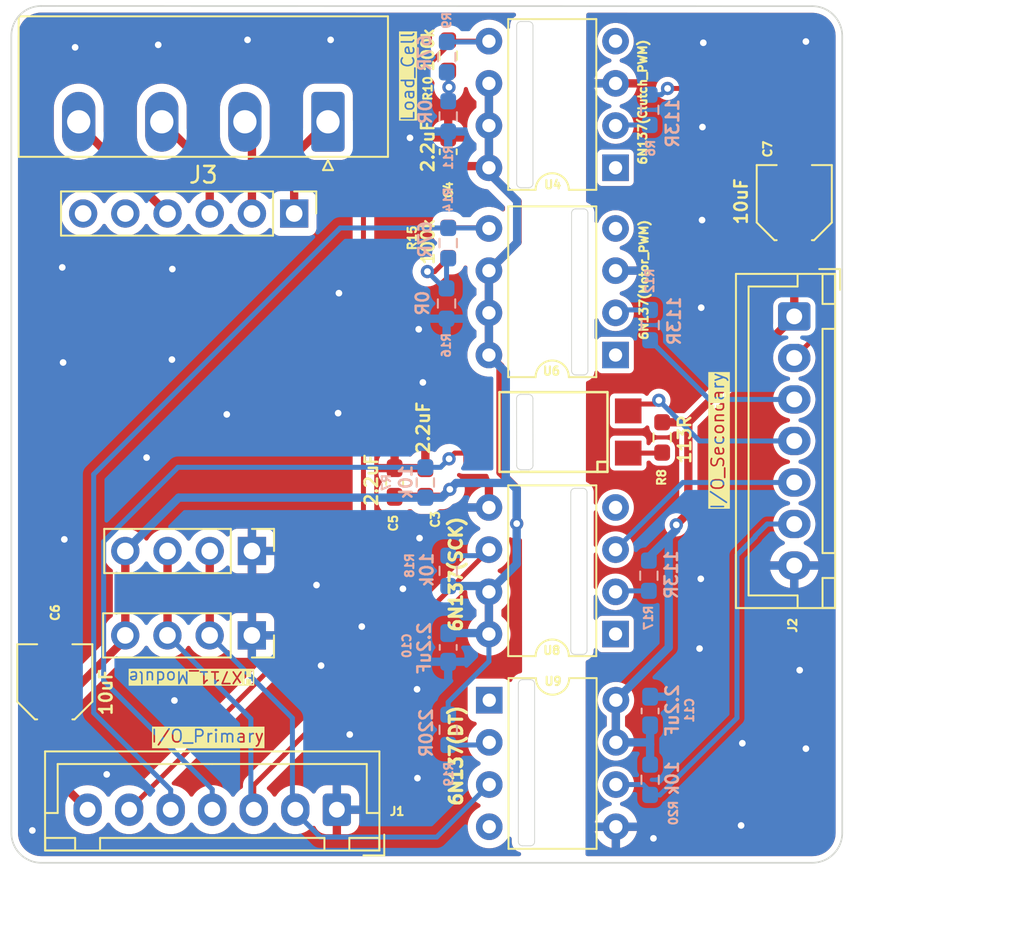
<source format=kicad_pcb>
(kicad_pcb (version 20240108) (generator "pcbnew") (generator_version "8.0")
  (layers (0 "F.Cu" mixed) (31 "B.Cu" mixed) (34 "B.Paste" user) (35 "F.Paste" user) (36 "B.SilkS" user "B.Silkscreen") (37 "F.SilkS" user "F.Silkscreen") (38 "B.Mask" user) (39 "F.Mask" user) (44 "Edge.Cuts" user))
  (net 0 "")
  (net 1 "+5VP")
  (net 2 "GNDP")
  (net 3 "GNDS")
  (net 4 "Motor_Input_PWM")
  (net 5 "Clutch_Input_PWM")
  (net 6 "Motor_Input_DIR")
  (net 7 "Clutch_Output_PWM")
  (net 8 "Motor_Output_PWM")
  (net 9 "Motor_Output_DIR")
  (net 10 "MCU_SCK")
  (net 11 "MCU_DT")
  (net 12 "Green")
  (net 13 "Black")
  (net 14 "White")
  (net 15 "Red")
  (net 16 "Net-(U4-A)")
  (net 17 "+3.3VS")
  (net 18 "Net-(R8-Pad2)")
  (net 19 "Net-(U6-A)")
  (net 20 "Net-(U8-A)")
  (net 21 "HX711_SCK")
  (net 22 "HX711_DT")
  (net 23 "Net-(R10-Pad1)")
  (net 24 "Net-(U9-A)")
  (net 35 "Net-(R14-Pad1)")
  (footprint "Package_DIP:DIP-8_W7.62mm" (layer "F.Cu") (at 197.47 80.325 180)
    (property "Reference" "U6" (at 3.8558 -0.9626 0) (layer "F.SilkS") (effects (font (size 0.5 0.5) (thickness 0.13))))
    (property "Value" "6N137(Motor_PWM)" (at -1.705 4.525 90) (layer "F.SilkS") (effects (font (size 0.5 0.5) (thickness 0.125))))
    (pad "1" thru_hole rect (at 0 0 180) (size 1.6 1.6) (drill 0.8) (layers "*.Cu" "*.Mask"))
    (pad "2" thru_hole oval (at 0 2.54 180) (size 1.6 1.6) (drill 0.8) (layers "*.Cu" "*.Mask") (net 19 "Net-(U6-A)"))
    (pad "3" thru_hole oval (at 0 5.08 180) (size 1.6 1.6) (drill 0.8) (layers "*.Cu" "*.Mask") (net 3 "GNDS"))
    (pad "4" thru_hole oval (at 0 7.62 180) (size 1.6 1.6) (drill 0.8) (layers "*.Cu" "*.Mask"))
    (pad "5" thru_hole oval (at 7.62 7.62 180) (size 1.6 1.6) (drill 0.8) (layers "*.Cu" "*.Mask") (net 8 "Motor_Output_PWM"))
    (pad "6" thru_hole oval (at 7.62 5.08 180) (size 1.6 1.6) (drill 0.8) (layers "*.Cu" "*.Mask") (net 1 "+5VP"))
    (pad "7" thru_hole oval (at 7.62 2.54 180) (size 1.6 1.6) (drill 0.8) (layers "*.Cu" "*.Mask") (net 1 "+5VP"))
    (pad "8" thru_hole oval (at 7.62 0 180) (size 1.6 1.6) (drill 0.8) (layers "*.Cu" "*.Mask") (net 1 "+5VP"))
  )
  (footprint "Resistor_SMD:R_0603_1608Metric_Pad0.98x0.95mm_HandSolder" (layer "F.Cu") (at 187.4 73.575 90)
    (property "Reference" "R15" (at 0.2988 -2.1694 90) (layer "F.SilkS") (effects (font (size 0.5 0.5) (thickness 0.13) (bold yes))))
    (property "Value" "100k" (at 0.0743 -1.2192 90) (layer "F.SilkS") (effects (font (size 0.75 0.75))))
    (pad "1" smd roundrect (at -0.9125 0 90) (size 0.975 0.95) (layers "F.Cu" "F.Paste" "F.Mask") (net 35 "Net-(R14-Pad1)"))
    (pad "2" smd roundrect (at 0.9125 0 90) (size 0.975 0.95) (layers "F.Cu" "F.Paste" "F.Mask") (net 8 "Motor_Output_PWM"))
  )
  (footprint "Connector_JST:JST_XH_B7B-XH-A_1x07_P2.50mm_Vertical" (layer "F.Cu") (at 208.225 78 -90)
    (property "Reference" "J2" (at 18.6 0.1 90) (layer "F.SilkS") (effects (font (size 0.5 0.5) (thickness 0.13))))
    (property "Value" "I/O_Secondary" (at 7.5 4.6 90) (layer "F.SilkS" knockout) (effects (font (size 0.75 0.75) (thickness 0.1))))
    (pad "1" thru_hole roundrect (at 0 0 270) (size 1.7 1.95) (drill 0.95) (layers "*.Cu" "*.Mask") (roundrect_rratio 0.147059) (net 17 "+3.3VS"))
    (pad "2" thru_hole oval (at 2.5 0 270) (size 1.7 1.95) (drill 0.95) (layers "*.Cu" "*.Mask") (net 5 "Clutch_Input_PWM"))
    (pad "3" thru_hole oval (at 5 0 270) (size 1.7 1.95) (drill 0.95) (layers "*.Cu" "*.Mask") (net 4 "Motor_Input_PWM"))
    (pad "4" thru_hole oval (at 7.5 0 270) (size 1.7 1.95) (drill 0.95) (layers "*.Cu" "*.Mask") (net 6 "Motor_Input_DIR"))
    (pad "5" thru_hole oval (at 10 0 270) (size 1.7 1.95) (drill 0.95) (layers "*.Cu" "*.Mask") (net 10 "MCU_SCK"))
    (pad "6" thru_hole oval (at 12.5 0 270) (size 1.7 1.95) (drill 0.95) (layers "*.Cu" "*.Mask") (net 11 "MCU_DT"))
    (pad "7" thru_hole oval (at 15 0 270) (size 1.7 1.95) (drill 0.95) (layers "*.Cu" "*.Mask") (net 3 "GNDS"))
  )
  (footprint "Tesla_Lib:HX711_Module" (layer "F.Cu") (at 173.05 81.965 -90)
    (property "Reference" "U7" (hide yes))
    (property "Value" "HX711_Module" (at 17.76 1.085 180) (layer "F.SilkS" knockout) (effects (font (size 0.7 0.7) (thickness 0.1))))
    (pad "1" thru_hole rect (at -10.16 -5.08 270) (size 1.7 1.7) (drill 1) (layers "*.Cu" "*.Mask") (net 15 "Red"))
    (pad "2" thru_hole oval (at -10.16 -2.54 270) (size 1.7 1.7) (drill 1) (layers "*.Cu" "*.Mask") (net 13 "Black"))
    (pad "3" thru_hole oval (at -10.16 0 270) (size 1.7 1.7) (drill 1) (layers "*.Cu" "*.Mask") (net 14 "White"))
    (pad "4" thru_hole oval (at -10.16 2.54 270) (size 1.7 1.7) (drill 1) (layers "*.Cu" "*.Mask") (net 12 "Green"))
    (pad "5" thru_hole oval (at -10.16 5.08 270) (size 1.7 1.7) (drill 1) (layers "*.Cu" "*.Mask"))
    (pad "6" thru_hole oval (at -10.16 7.62 270) (size 1.7 1.7) (drill 1) (layers "*.Cu" "*.Mask"))
    (pad "7" thru_hole oval (at 10.16 5.08 270) (size 1.7 1.7) (drill 1) (layers "*.Cu" "*.Mask") (net 1 "+5VP"))
    (pad "8" thru_hole oval (at 10.16 2.54 270) (size 1.7 1.7) (drill 1) (layers "*.Cu" "*.Mask") (net 21 "HX711_SCK"))
    (pad "9" thru_hole oval (at 10.16 0 270) (size 1.7 1.7) (drill 1) (layers "*.Cu" "*.Mask") (net 22 "HX711_DT"))
    (pad "10" thru_hole rect (at 10.16 -2.54 270) (size 1.7 1.7) (drill 1) (layers "*.Cu" "*.Mask") (net 2 "GNDP"))
  )
  (footprint "Capacitor_SMD:C_0603_1608Metric_Pad1.08x0.95mm_HandSolder" (layer "F.Cu") (at 187.4 68.0893 90)
    (property "Reference" "C4" (at -2.2936 0.0126 90) (layer "F.SilkS") (effects (font (size 0.5 0.5) (thickness 0.13) (bold yes))))
    (property "Value" "2.2uF" (at 0.3393 -1.225 90) (layer "F.SilkS") (effects (font (size 0.75 0.75))))
    (pad "1" smd roundrect (at -0.8625 0 90) (size 1.075 0.95) (layers "F.Cu" "F.Paste" "F.Mask") (net 1 "+5VP"))
    (pad "2" smd roundrect (at 0.8625 0 90) (size 1.075 0.95) (layers "F.Cu" "F.Paste" "F.Mask") (net 2 "GNDP"))
  )
  (footprint "Capacitor_SMD:C_0603_1608Metric_Pad1.08x0.95mm_HandSolder" (layer "F.Cu") (at 184.175 87.9983 90)
    (property "Reference" "C5" (at -2.4517 -0.075 90) (layer "F.SilkS") (effects (font (size 0.5 0.5) (thickness 0.13) (bold yes))))
    (property "Value" "2.2uF" (at 0.15 -1.4 90) (layer "F.SilkS") (effects (font (size 0.75 0.75))))
    (pad "1" smd roundrect (at -0.8625 0 90) (size 1.075 0.95) (layers "F.Cu" "F.Paste" "F.Mask") (net 1 "+5VP"))
    (pad "2" smd roundrect (at 0.8625 0 90) (size 1.075 0.95) (layers "F.Cu" "F.Paste" "F.Mask") (net 2 "GNDP"))
  )
  (footprint "Connector_Phoenix_MSTB:PhoenixContact_MSTBA_2,5_4-G_1x04_P5.00mm_Horizontal" (layer "F.Cu") (at 180.165 66.2825 180)
    (property "Reference" "J3" (at 7.5 -3.2 0) (layer "F.SilkS"))
    (property "Value" "Load_Cell" (at -4.815 2.72125 90) (layer "F.SilkS" knockout) (effects (font (size 0.75 0.75) (thickness 0.1))))
    (pad "1" thru_hole roundrect (at 0 0 180) (size 2 3.6) (drill 1.4) (layers "*.Cu" "*.Mask") (roundrect_rratio 0.125) (net 15 "Red"))
    (pad "2" thru_hole oval (at 5 0 180) (size 2 3.6) (drill 1.4) (layers "*.Cu" "*.Mask") (net 13 "Black"))
    (pad "3" thru_hole oval (at 10 0 180) (size 2 3.6) (drill 1.4) (layers "*.Cu" "*.Mask") (net 14 "White"))
    (pad "4" thru_hole oval (at 15 0 180) (size 2 3.6) (drill 1.4) (layers "*.Cu" "*.Mask") (net 12 "Green"))
  )
  (footprint "Resistor_SMD:R_0603_1608Metric_Pad0.98x0.95mm_HandSolder" (layer "F.Cu") (at 200.275 85.2875 -90)
    (property "Reference" "R8" (at 2.4095 0.036 90) (layer "F.SilkS") (effects (font (size 0.5 0.5) (thickness 0.13) (bold yes))))
    (property "Value" "113R" (at 0.125 -1.35 90) (layer "F.SilkS") (effects (font (size 0.75 0.75))))
    (pad "1" smd roundrect (at -0.9125 0 270) (size 0.975 0.95) (layers "F.Cu" "F.Paste" "F.Mask") (net 17 "+3.3VS"))
    (pad "2" smd roundrect (at 0.9125 0 270) (size 0.975 0.95) (layers "F.Cu" "F.Paste" "F.Mask") (net 18 "Net-(R8-Pad2)"))
  )
  (footprint "Capacitor_SMD:C_Elec_4x5.4" (layer "F.Cu") (at 208.225 71.15 90)
    (property "Reference" "C7" (at 3.225 -1.6 90) (layer "F.SilkS") (effects (font (size 0.5 0.5) (thickness 0.13) (bold yes))))
    (property "Value" "10uF" (at 0.075 -3.2 90) (layer "F.SilkS") (effects (font (size 0.75 0.75) (thickness 0.15) (bold yes))))
    (pad "1" smd roundrect (at -1.675 0 90) (size 2.65 1.6) (layers "F.Cu" "F.Paste" "F.Mask") (roundrect_rratio 0.15625) (net 17 "+3.3VS"))
    (pad "2" smd roundrect (at 1.675 0 90) (size 2.65 1.6) (layers "F.Cu" "F.Paste" "F.Mask") (roundrect_rratio 0.15625) (net 3 "GNDS"))
  )
  (footprint "Package_DIP:DIP-8_W7.62mm" (layer "F.Cu") (at 197.47 69.05 180)
    (property "Reference" "U4" (at 3.782 -1.018 0) (layer "F.SilkS") (effects (font (size 0.5 0.5) (thickness 0.13))))
    (property "Value" "6N137(Clutch_PWM)" (at -1.63 3.95 90) (layer "F.SilkS") (effects (font (size 0.5 0.5) (thickness 0.125))))
    (pad "1" thru_hole rect (at 0 0 180) (size 1.6 1.6) (drill 0.8) (layers "*.Cu" "*.Mask"))
    (pad "2" thru_hole oval (at 0 2.54 180) (size 1.6 1.6) (drill 0.8) (layers "*.Cu" "*.Mask") (net 16 "Net-(U4-A)"))
    (pad "3" thru_hole oval (at 0 5.08 180) (size 1.6 1.6) (drill 0.8) (layers "*.Cu" "*.Mask") (net 3 "GNDS"))
    (pad "4" thru_hole oval (at 0 7.62 180) (size 1.6 1.6) (drill 0.8) (layers "*.Cu" "*.Mask"))
    (pad "5" thru_hole oval (at 7.62 7.62 180) (size 1.6 1.6) (drill 0.8) (layers "*.Cu" "*.Mask") (net 7 "Clutch_Output_PWM"))
    (pad "6" thru_hole oval (at 7.62 5.08 180) (size 1.6 1.6) (drill 0.8) (layers "*.Cu" "*.Mask") (net 1 "+5VP"))
    (pad "7" thru_hole oval (at 7.62 2.54 180) (size 1.6 1.6) (drill 0.8) (layers "*.Cu" "*.Mask") (net 1 "+5VP"))
    (pad "8" thru_hole oval (at 7.62 0 180) (size 1.6 1.6) (drill 0.8) (layers "*.Cu" "*.Mask") (net 1 "+5VP"))
  )
  (footprint "Capacitor_SMD:C_Elec_4x5.4" (layer "F.Cu") (at 163.725 100 90)
    (property "Reference" "C6" (at 4.1656 0.0254 90) (layer "F.SilkS") (effects (font (size 0.5 0.5) (thickness 0.13) (bold yes))))
    (property "Value" "10uF" (at -0.625 3.075 90) (layer "F.SilkS") (effects (font (size 0.75 0.75))))
    (pad "1" smd roundrect (at -1.675 0 90) (size 2.65 1.6) (layers "F.Cu" "F.Paste" "F.Mask") (roundrect_rratio 0.15625) (net 1 "+5VP"))
    (pad "2" smd roundrect (at 1.675 0 90) (size 2.65 1.6) (layers "F.Cu" "F.Paste" "F.Mask") (roundrect_rratio 0.15625) (net 2 "GNDP"))
  )
  (footprint "Package_DIP:DIP-8_W7.62mm" (layer "F.Cu") (at 197.47 97.1242 180)
    (property "Reference" "U8" (at 3.8366 -0.9858 0) (layer "F.SilkS") (effects (font (size 0.5 0.5) (thickness 0.13))))
    (property "Value" "6N137(SCK)" (at 9.6066 3.6042 -90) (layer "F.SilkS") (effects (font (size 0.75 0.75) (thickness 1))))
    (pad "1" thru_hole rect (at 0 0 180) (size 1.6 1.6) (drill 0.8) (layers "*.Cu" "*.Mask"))
    (pad "2" thru_hole oval (at 0 2.54 180) (size 1.6 1.6) (drill 0.8) (layers "*.Cu" "*.Mask") (net 20 "Net-(U8-A)"))
    (pad "3" thru_hole oval (at 0 5.08 180) (size 1.6 1.6) (drill 0.8) (layers "*.Cu" "*.Mask") (net 10 "MCU_SCK"))
    (pad "4" thru_hole oval (at 0 7.62 180) (size 1.6 1.6) (drill 0.8) (layers "*.Cu" "*.Mask"))
    (pad "5" thru_hole oval (at 7.62 7.62 180) (size 1.6 1.6) (drill 0.8) (layers "*.Cu" "*.Mask") (net 2 "GNDP"))
    (pad "6" thru_hole oval (at 7.62 5.08 180) (size 1.6 1.6) (drill 0.8) (layers "*.Cu" "*.Mask") (net 21 "HX711_SCK"))
    (pad "7" thru_hole oval (at 7.62 2.54 180) (size 1.6 1.6) (drill 0.8) (layers "*.Cu" "*.Mask") (net 1 "+5VP"))
    (pad "8" thru_hole oval (at 7.62 0 180) (size 1.6 1.6) (drill 0.8) (layers "*.Cu" "*.Mask") (net 1 "+5VP"))
  )
  (footprint "Connector_JST:JST_XH_B7B-XH-A_1x07_P2.50mm_Vertical" (layer "F.Cu") (at 180.7 107.7 180)
    (property "Reference" "J1" (at -3.625 -0.1 0) (layer "F.SilkS") (effects (font (size 0.5 0.5) (thickness 0.13))))
    (property "Value" "I/O_Primary" (at 7.775 4.425 0) (layer "F.SilkS" knockout) (effects (font (size 0.75 0.75) (thickness 0.1))))
    (pad "1" thru_hole roundrect (at 0 0 180) (size 1.7 1.95) (drill 0.95) (layers "*.Cu" "*.Mask") (roundrect_rratio 0.147059) (net 2 "GNDP"))
    (pad "2" thru_hole oval (at 2.5 0 180) (size 1.7 1.95) (drill 0.95) (layers "*.Cu" "*.Mask") (net 22 "HX711_DT"))
    (pad "3" thru_hole oval (at 5 0 180) (size 1.7 1.95) (drill 0.95) (layers "*.Cu" "*.Mask") (net 21 "HX711_SCK"))
    (pad "4" thru_hole oval (at 7.5 0 180) (size 1.7 1.95) (drill 0.95) (layers "*.Cu" "*.Mask") (net 9 "Motor_Output_DIR"))
    (pad "5" thru_hole oval (at 10 0 180) (size 1.7 1.95) (drill 0.95) (layers "*.Cu" "*.Mask") (net 8 "Motor_Output_PWM"))
    (pad "6" thru_hole oval (at 12.5 0 180) (size 1.7 1.95) (drill 0.95) (layers "*.Cu" "*.Mask") (net 7 "Clutch_Output_PWM"))
    (pad "7" thru_hole oval (at 15 0 180) (size 1.7 1.95) (drill 0.95) (layers "*.Cu" "*.Mask") (net 1 "+5VP"))
  )
  (footprint "Connector_PinSocket_2.54mm:PinSocket_1x04_P2.54mm_Vertical" (layer "F.Cu") (at 175.585 97.205 -90)
    (property "Reference" "J4" (hide yes))
    (property "Value" "Old_HX-711_Connector" (hide yes))
    (pad "1" thru_hole rect (at 0 0 270) (size 1.7 1.7) (drill 1) (layers "*.Cu" "*.Mask") (net 2 "GNDP"))
    (pad "2" thru_hole oval (at 0 2.54 270) (size 1.7 1.7) (drill 1) (layers "*.Cu" "*.Mask") (net 22 "HX711_DT"))
    (pad "3" thru_hole oval (at 0 5.08 270) (size 1.7 1.7) (drill 1) (layers "*.Cu" "*.Mask") (net 21 "HX711_SCK"))
    (pad "4" thru_hole oval (at 0 7.62 270) (size 1.7 1.7) (drill 1) (layers "*.Cu" "*.Mask") (net 1 "+5VP"))
  )
  (footprint "Package_DIP:DIP-8_W7.62mm" (layer "F.Cu") (at 189.87 101.1066)
    (property "Reference" "U9" (at 3.8388 -1.1366 0) (layer "F.SilkS") (effects (font (size 0.5 0.5) (thickness 0.13))))
    (property "Value" "6N137(DT)" (at -1.995 3.3434 90) (layer "F.SilkS") (effects (font (size 0.75 0.75) (thickness 1))))
    (pad "1" thru_hole rect (at 0 0) (size 1.6 1.6) (drill 0.8) (layers "*.Cu" "*.Mask"))
    (pad "2" thru_hole oval (at 0 2.54) (size 1.6 1.6) (drill 0.8) (layers "*.Cu" "*.Mask") (net 24 "Net-(U9-A)"))
    (pad "3" thru_hole oval (at 0 5.08) (size 1.6 1.6) (drill 0.8) (layers "*.Cu" "*.Mask") (net 22 "HX711_DT"))
    (pad "4" thru_hole oval (at 0 7.62) (size 1.6 1.6) (drill 0.8) (layers "*.Cu" "*.Mask"))
    (pad "5" thru_hole oval (at 7.62 7.62) (size 1.6 1.6) (drill 0.8) (layers "*.Cu" "*.Mask") (net 3 "GNDS"))
    (pad "6" thru_hole oval (at 7.62 5.08) (size 1.6 1.6) (drill 0.8) (layers "*.Cu" "*.Mask") (net 11 "MCU_DT"))
    (pad "7" thru_hole oval (at 7.62 2.54) (size 1.6 1.6) (drill 0.8) (layers "*.Cu" "*.Mask") (net 17 "+3.3VS"))
    (pad "8" thru_hole oval (at 7.62 0) (size 1.6 1.6) (drill 0.8) (layers "*.Cu" "*.Mask") (net 17 "+3.3VS"))
  )
  (footprint "OptoDevice:OPTO-SMD4" (layer "F.Cu") (at 193.733588 84.96 90)
    (property "Reference" "U5" (hide yes))
    (property "Value" "EL817(Motor_Dir)" (hide yes))
    (pad "1" smd rect (at -1.27 4.49834 270) (size 1.5 1.6) (layers "F.Cu" "F.Paste" "F.Mask") (net 18 "Net-(R8-Pad2)"))
    (pad "2" smd rect (at 1.27 4.49834 270) (size 1.5 1.6) (layers "F.Cu" "F.Paste" "F.Mask") (net 6 "Motor_Input_DIR"))
    (pad "3" smd rect (at 1.26035 -4.625515 90) (size 1.5 1.6) (layers "F.Cu" "F.Paste" "F.Mask") (net 2 "GNDP"))
    (pad "4" smd rect (at -1.27 -4.625515 90) (size 1.5 1.6) (layers "F.Cu" "F.Paste" "F.Mask") (net 9 "Motor_Output_DIR"))
  )
  (footprint "Capacitor_SMD:C_0603_1608Metric_Pad1.08x0.95mm_HandSolder" (layer "F.Cu") (at 186.025 88 90)
    (property "Reference" "C3" (at -2.225 0.6 90) (layer "F.SilkS") (effects (font (size 0.5 0.5) (thickness 0.13))))
    (property "Value" "2.2uF" (at 3.3 -0.125 90) (layer "F.SilkS") (effects (font (size 0.75 0.75))))
    (pad "1" smd roundrect (at -0.8625 0 90) (size 1.075 0.95) (layers "F.Cu" "F.Paste" "F.Mask") (net 1 "+5VP"))
    (pad "2" smd roundrect (at 0.8625 0 90) (size 1.075 0.95) (layers "F.Cu" "F.Paste" "F.Mask") (net 2 "GNDP"))
  )
  (footprint "Resistor_SMD:R_0603_1608Metric_Pad0.98x0.95mm_HandSolder" (layer "F.Cu") (at 187.4 62.3 90)
    (property "Reference" "R10" (at -1.975 -1.225 90) (layer "F.SilkS") (effects (font (size 0.5 0.5) (thickness 0.13) (bold yes))))
    (property "Value" "100k" (at 0.35 -1.225 90) (layer "F.SilkS") (effects (font (size 0.7 0.7))))
    (pad "1" smd roundrect (at -0.9125 0 90) (size 0.975 0.95) (layers "F.Cu" "F.Paste" "F.Mask") (net 23 "Net-(R10-Pad1)"))
    (pad "2" smd roundrect (at 0.9125 0 90) (size 0.975 0.95) (layers "F.Cu" "F.Paste" "F.Mask") (net 7 "Clutch_Output_PWM"))
  )
  (footprint "Resistor_SMD:R_0603_1608Metric_Pad0.98x0.95mm_HandSolder" (layer "B.Cu") (at 187.4 102.891 -90)
    (property "Reference" "R19" (at 2.6689 -0.0254 90) (layer "B.SilkS") (effects (font (size 0.5 0.5) (thickness 0.13)) (justify mirror)))
    (property "Value" "220R" (at 0.184 1.325 90) (layer "B.SilkS") (effects (font (size 0.75 0.75) (thickness 0.15) (bold yes)) (justify mirror)))
    (pad "1" smd roundrect (at -0.9125 0 270) (size 0.975 0.95) (layers "B.Cu" "B.Paste" "B.Mask") (net 1 "+5VP"))
    (pad "2" smd roundrect (at 0.9125 0 270) (size 0.975 0.95) (layers "B.Cu" "B.Paste" "B.Mask") (net 24 "Net-(U9-A)"))
  )
  (footprint "Resistor_SMD:R_0603_1608Metric_Pad0.98x0.95mm_HandSolder" (layer "B.Cu") (at 199.525 65.5625 -90)
    (property "Reference" "R6" (at 2.3095 -0.0508 90) (layer "B.SilkS") (effects (font (size 0.5 0.5) (thickness 0.13) (bold yes)) (justify mirror)))
    (property "Value" "113R" (at 0.8125 -1.375 90) (layer "B.SilkS") (effects (font (size 0.75 0.75)) (justify mirror)))
    (pad "1" smd roundrect (at -0.9125 0 270) (size 0.975 0.95) (layers "B.Cu" "B.Paste" "B.Mask") (net 5 "Clutch_Input_PWM"))
    (pad "2" smd roundrect (at 0.9125 0 270) (size 0.975 0.95) (layers "B.Cu" "B.Paste" "B.Mask") (net 16 "Net-(U4-A)"))
  )
  (footprint "Resistor_SMD:R_0603_1608Metric_Pad0.98x0.95mm_HandSolder" (layer "B.Cu") (at 187.4 65.9576 -90)
    (property "Reference" "R11" (at 2.4753 -0.0106 90) (layer "B.SilkS") (effects (font (size 0.5 0.5) (thickness 0.13) (bold yes)) (justify mirror)))
    (property "Value" "0R" (at -0.2814 1.3766 90) (layer "B.SilkS") (effects (font (size 0.75 0.75)) (justify mirror)))
    (pad "1" smd roundrect (at -0.9125 0 270) (size 0.975 0.95) (layers "B.Cu" "B.Paste" "B.Mask") (net 23 "Net-(R10-Pad1)"))
    (pad "2" smd roundrect (at 0.9125 0 270) (size 0.975 0.95) (layers "B.Cu" "B.Paste" "B.Mask") (net 2 "GNDP"))
  )
  (footprint "Resistor_SMD:R_0603_1608Metric_Pad0.98x0.95mm_HandSolder" (layer "B.Cu") (at 187.3104 62.3895 90)
    (property "Reference" "R9" (at 2.2136 0 90) (layer "B.SilkS") (effects (font (size 0.5 0.5) (thickness 0.13) (bold yes)) (justify mirror)))
    (property "Value" "67R" (at 0.2605 -1.3346 90) (layer "B.SilkS") (effects (font (size 0.75 0.75)) (justify mirror)))
    (pad "1" smd roundrect (at -0.9125 0 90) (size 0.975 0.95) (layers "B.Cu" "B.Paste" "B.Mask") (net 23 "Net-(R10-Pad1)"))
    (pad "2" smd roundrect (at 0.9125 0 90) (size 0.975 0.95) (layers "B.Cu" "B.Paste" "B.Mask") (net 7 "Clutch_Output_PWM"))
  )
  (footprint "Capacitor_SMD:C_0603_1608Metric_Pad1.08x0.95mm_HandSolder" (layer "B.Cu") (at 199.55 101.7581 90)
    (property "Reference" "C11" (at 0.0419 2.3722 90) (layer "B.SilkS") (effects (font (size 0.5 0.5) (thickness 0.13)) (justify mirror)))
    (property "Value" "2.2uF" (at 0.0265 1.3308 90) (layer "B.SilkS") (effects (font (size 0.75 0.75)) (justify mirror)))
    (pad "1" smd roundrect (at -0.8625 0 90) (size 1.075 0.95) (layers "B.Cu" "B.Paste" "B.Mask") (net 17 "+3.3VS"))
    (pad "2" smd roundrect (at 0.8625 0 90) (size 1.075 0.95) (layers "B.Cu" "B.Paste" "B.Mask") (net 3 "GNDS"))
  )
  (footprint "Resistor_SMD:R_0603_1608Metric_Pad0.98x0.95mm_HandSolder" (layer "B.Cu") (at 186.025 88 -90)
    (property "Reference" "R7" (at 0 2.35 90) (layer "B.SilkS") (effects (font (size 0.5 0.5) (thickness 0.13)) (justify mirror)))
    (property "Value" "10k" (at -0.0233 1.175 90) (layer "B.SilkS") (effects (font (size 0.75 0.75)) (justify mirror)))
    (pad "1" smd roundrect (at -0.9125 0 270) (size 0.975 0.95) (layers "B.Cu" "B.Paste" "B.Mask") (net 9 "Motor_Output_DIR"))
    (pad "2" smd roundrect (at 0.9125 0 270) (size 0.975 0.95) (layers "B.Cu" "B.Paste" "B.Mask") (net 1 "+5VP"))
  )
  (footprint "Resistor_SMD:R_0603_1608Metric_Pad0.98x0.95mm_HandSolder" (layer "B.Cu") (at 187.4 93.3206 90)
    (property "Reference" "R18" (at 0.3206 -2.325 90) (layer "B.SilkS") (effects (font (size 0.5 0.5) (thickness 0.13)) (justify mirror)))
    (property "Value" "10k" (at 0.0643 -1.2854 90) (layer "B.SilkS") (effects (font (size 0.75 0.75)) (justify mirror)))
    (pad "1" smd roundrect (at -0.9125 0 90) (size 0.975 0.95) (layers "B.Cu" "B.Paste" "B.Mask") (net 1 "+5VP"))
    (pad "2" smd roundrect (at 0.9125 0 90) (size 0.975 0.95) (layers "B.Cu" "B.Paste" "B.Mask") (net 21 "HX711_SCK"))
  )
  (footprint "Resistor_SMD:R_0603_1608Metric_Pad0.98x0.95mm_HandSolder" (layer "B.Cu") (at 199.55 78.5235 90)
    (property "Reference" "R12" (at 2.667 -0.0254 90) (layer "B.SilkS") (effects (font (size 0.5 0.5) (thickness 0.13) (bold yes)) (justify mirror)))
    (property "Value" "113R" (at 0.2485 1.45 90) (layer "B.SilkS") (effects (font (size 0.75 0.75)) (justify mirror)))
    (pad "1" smd roundrect (at -0.9125 0 90) (size 0.975 0.95) (layers "B.Cu" "B.Paste" "B.Mask") (net 4 "Motor_Input_PWM"))
    (pad "2" smd roundrect (at 0.9125 0 90) (size 0.975 0.95) (layers "B.Cu" "B.Paste" "B.Mask") (net 19 "Net-(U6-A)"))
  )
  (footprint "Capacitor_SMD:C_0603_1608Metric_Pad1.08x0.95mm_HandSolder" (layer "B.Cu") (at 187.4 97.9299 -90)
    (property "Reference" "C10" (at -0.1016 2.4892 90) (layer "B.SilkS") (effects (font (size 0.5 0.5) (thickness 0.13)) (justify mirror)))
    (property "Value" "2.2uF" (at 0.0519 1.4478 90) (layer "B.SilkS") (effects (font (size 0.75 0.75)) (justify mirror)))
    (pad "1" smd roundrect (at -0.8625 0 270) (size 1.075 0.95) (layers "B.Cu" "B.Paste" "B.Mask") (net 1 "+5VP"))
    (pad "2" smd roundrect (at 0.8625 0 270) (size 1.075 0.95) (layers "B.Cu" "B.Paste" "B.Mask") (net 2 "GNDP"))
  )
  (footprint "Resistor_SMD:R_0603_1608Metric_Pad0.98x0.95mm_HandSolder" (layer "B.Cu") (at 199.475 93.6125 -90)
    (property "Reference" "R17" (at 2.5375 0.025 90) (layer "B.SilkS") (effects (font (size 0.5 0.5) (thickness 0.13)) (justify mirror)))
    (property "Value" "113R" (at -0.0625 -1.35 90) (layer "B.SilkS") (effects (font (size 0.75 0.75)) (justify mirror)))
    (pad "1" smd roundrect (at -0.9125 0 270) (size 0.975 0.95) (layers "B.Cu" "B.Paste" "B.Mask") (net 17 "+3.3VS"))
    (pad "2" smd roundrect (at 0.9125 0 270) (size 0.975 0.95) (layers "B.Cu" "B.Paste" "B.Mask") (net 20 "Net-(U8-A)"))
  )
  (footprint "Resistor_SMD:R_0603_1608Metric_Pad0.98x0.95mm_HandSolder" (layer "B.Cu") (at 187.4 73.5875 90)
    (property "Reference" "R14" (at 2.6143 0 90) (layer "B.SilkS") (effects (font (size 0.5 0.5) (thickness 0.13) (bold yes)) (justify mirror)))
    (property "Value" "67R" (at 0.2238 -1.3944 90) (layer "B.SilkS") (effects (font (size 0.75 0.75)) (justify mirror)))
    (pad "1" smd roundrect (at -0.9125 0 90) (size 0.975 0.95) (layers "B.Cu" "B.Paste" "B.Mask") (net 35 "Net-(R14-Pad1)"))
    (pad "2" smd roundrect (at 0.9125 0 90) (size 0.975 0.95) (layers "B.Cu" "B.Paste" "B.Mask") (net 8 "Motor_Output_PWM"))
  )
  (footprint "Resistor_SMD:R_0603_1608Metric_Pad0.98x0.95mm_HandSolder" (layer "B.Cu") (at 187.3 77.225 -90)
    (property "Reference" "R16" (at 2.5177 0.017 90) (layer "B.SilkS") (effects (font (size 0.5 0.5) (thickness 0.13) (bold yes)) (justify mirror)))
    (property "Value" "0R" (at -0.025 1.45 90) (layer "B.SilkS") (effects (font (size 0.75 0.75)) (justify mirror)))
    (pad "1" smd roundrect (at -0.9125 0 270) (size 0.975 0.95) (layers "B.Cu" "B.Paste" "B.Mask") (net 35 "Net-(R14-Pad1)"))
    (pad "2" smd roundrect (at 0.9125 0 270) (size 0.975 0.95) (layers "B.Cu" "B.Paste" "B.Mask") (net 2 "GNDP"))
  )
  (footprint "Resistor_SMD:R_0603_1608Metric_Pad0.98x0.95mm_HandSolder" (layer "B.Cu") (at 199.55 105.8991 -90)
    (property "Reference" "R20" (at 2.0009 -1.4 90) (layer "B.SilkS") (effects (font (size 0.5 0.5) (thickness 0.13)) (justify mirror)))
    (property "Value" "10k" (at -0.0935 -1.3308 90) (layer "B.SilkS") (effects (font (size 0.75 0.75)) (justify mirror)))
    (pad "1" smd roundrect (at -0.9125 0 270) (size 0.975 0.95) (layers "B.Cu" "B.Paste" "B.Mask") (net 17 "+3.3VS"))
    (pad "2" smd roundrect (at 0.9125 0 270) (size 0.975 0.95) (layers "B.Cu" "B.Paste" "B.Mask") (net 11 "MCU_DT"))
  )
  (gr_line (start 195.075 81.525) (end 195.554999 81.525001) (stroke (width 0.05)) (layer "Edge.Cuts"))
  (gr_arc (start 192.6 109.624998) (mid 192.526777 109.801776) (end 192.35 109.874998) (stroke (width 0.05)) (layer "Edge.Cuts"))
  (gr_line (start 195.804999 81.275001) (end 195.804998 71.775002) (stroke (width 0.05)) (layer "Edge.Cuts"))
  (gr_line (start 195.504998 88.350002) (end 195.024999 88.350001) (stroke (width 0.05)) (layer "Edge.Cuts"))
  (gr_line (start 192.6 109.624998) (end 192.6 100.125) (stroke (width 0.05)) (layer "Edge.Cuts"))
  (gr_arc (start 191.520001 60.498001) (mid 191.593224 60.321224) (end 191.770001 60.248001) (stroke (width 0.05)) (layer "Edge.Cuts"))
  (gr_arc (start 195.504998 88.350002) (mid 195.681775 88.423225) (end 195.754998 88.600002) (stroke (width 0.05)) (layer "Edge.Cuts"))
  (gr_line (start 192.35 99.875) (end 191.870001 99.874999) (stroke (width 0.05)) (layer "Edge.Cuts"))
  (gr_line (start 211.1122 61.121598) (end 211.1122 109.0964) (stroke (width 0.1)) (layer "Edge.Cuts"))
  (gr_arc (start 195.075 81.525) (mid 194.898223 81.451777) (end 194.825 81.275) (stroke (width 0.05)) (layer "Edge.Cuts"))
  (gr_arc (start 194.825 71.775002) (mid 194.898223 71.598224) (end 195.075 71.525002) (stroke (width 0.05)) (layer "Edge.Cuts"))
  (gr_arc (start 194.774999 88.600001) (mid 194.848222 88.423223) (end 195.024999 88.350001) (stroke (width 0.05)) (layer "Edge.Cuts"))
  (gr_arc (start 161.11 61.11) (mid 161.637208 59.837208) (end 162.91 59.31) (stroke (width 0.1)) (layer "Edge.Cuts"))
  (gr_arc (start 195.804999 81.275001) (mid 195.731775 81.451777) (end 195.554999 81.525001) (stroke (width 0.05)) (layer "Edge.Cuts"))
  (gr_line (start 192.245 82.7) (end 191.765002 82.7) (stroke (width 0.05)) (layer "Edge.Cuts"))
  (gr_line (start 191.77 87.225) (end 192.249999 87.225001) (stroke (width 0.05)) (layer "Edge.Cuts"))
  (gr_line (start 192.249999 60.248001) (end 191.770001 60.248001) (stroke (width 0.05)) (layer "Edge.Cuts"))
  (gr_line (start 191.770001 70.247999) (end 192.25 70.248) (stroke (width 0.05)) (layer "Edge.Cuts"))
  (gr_arc (start 191.77 87.225) (mid 191.593223 87.151777) (end 191.52 86.975) (stroke (width 0.05)) (layer "Edge.Cuts"))
  (gr_line (start 209.3122 110.8964) (end 162.912198 110.8964) (stroke (width 0.1)) (layer "Edge.Cuts"))
  (gr_arc (start 195.025 98.35) (mid 194.848223 98.276777) (end 194.775 98.1) (stroke (width 0.05)) (layer "Edge.Cuts"))
  (gr_arc (start 211.1122 109.0964) (mid 210.584992 110.369192) (end 209.3122 110.8964) (stroke (width 0.1)) (layer "Edge.Cuts"))
  (gr_line (start 192.499999 86.975001) (end 192.495 82.95) (stroke (width 0.05)) (layer "Edge.Cuts"))
  (gr_arc (start 192.245 82.7) (mid 192.421777 82.773223) (end 192.495 82.95) (stroke (width 0.05)) (layer "Edge.Cuts"))
  (gr_line (start 161.112198 109.0964) (end 161.11 61.11) (stroke (width 0.1)) (layer "Edge.Cuts"))
  (gr_line (start 191.515002 82.95) (end 191.52 86.975) (stroke (width 0.05)) (layer "Edge.Cuts"))
  (gr_line (start 162.91 59.31) (end 209.3122 59.321598) (stroke (width 0.1)) (layer "Edge.Cuts"))
  (gr_arc (start 191.620001 100.124999) (mid 191.693225 99.948223) (end 191.870001 99.874999) (stroke (width 0.05)) (layer "Edge.Cuts"))
  (gr_line (start 194.774999 88.600001) (end 194.775 98.1) (stroke (width 0.05)) (layer "Edge.Cuts"))
  (gr_line (start 195.554998 71.525002) (end 195.075 71.525002) (stroke (width 0.05)) (layer "Edge.Cuts"))
  (gr_arc (start 192.499999 86.975001) (mid 192.426775 87.151777) (end 192.249999 87.225001) (stroke (width 0.05)) (layer "Edge.Cuts"))
  (gr_arc (start 192.5 69.998) (mid 192.426777 70.174777) (end 192.25 70.248) (stroke (width 0.05)) (layer "Edge.Cuts"))
  (gr_arc (start 191.515002 82.95) (mid 191.588225 82.773224) (end 191.765002 82.7) (stroke (width 0.05)) (layer "Edge.Cuts"))
  (gr_line (start 191.870002 109.874998) (end 192.35 109.874998) (stroke (width 0.05)) (layer "Edge.Cuts"))
  (gr_line (start 195.025 98.35) (end 195.504998 98.35) (stroke (width 0.05)) (layer "Edge.Cuts"))
  (gr_arc (start 195.554998 71.525002) (mid 195.731775 71.598225) (end 195.804998 71.775002) (stroke (width 0.05)) (layer "Edge.Cuts"))
  (gr_arc (start 195.754998 98.1) (mid 195.681775 98.276776) (end 195.504998 98.35) (stroke (width 0.05)) (layer "Edge.Cuts"))
  (gr_line (start 195.754998 98.1) (end 195.754998 88.600002) (stroke (width 0.05)) (layer "Edge.Cuts"))
  (gr_line (start 191.620001 100.124999) (end 191.620002 109.624998) (stroke (width 0.05)) (layer "Edge.Cuts"))
  (gr_arc (start 209.3122 59.321598) (mid 210.584992 59.848806) (end 211.1122 61.121598) (stroke (width 0.1)) (layer "Edge.Cuts"))
  (gr_arc (start 192.249999 60.248001) (mid 192.426776 60.321224) (end 192.499999 60.498001) (stroke (width 0.05)) (layer "Edge.Cuts"))
  (gr_line (start 192.5 69.998) (end 192.499999 60.498001) (stroke (width 0.05)) (layer "Edge.Cuts"))
  (gr_line (start 194.825 71.775002) (end 194.825 81.275) (stroke (width 0.05)) (layer "Edge.Cuts"))
  (gr_arc (start 192.35 99.875) (mid 192.526777 99.948223) (end 192.6 100.125) (stroke (width 0.05)) (layer "Edge.Cuts"))
  (gr_arc (start 191.870002 109.874998) (mid 191.693225 109.801775) (end 191.620002 109.624998) (stroke (width 0.05)) (layer "Edge.Cuts"))
  (gr_line (start 191.520001 60.498001) (end 191.520001 69.997999) (stroke (width 0.05)) (layer "Edge.Cuts"))
  (gr_arc (start 191.770001 70.247999) (mid 191.593224 70.174776) (end 191.520001 69.997999) (stroke (width 0.05)) (layer "Edge.Cuts"))
  (gr_arc (start 162.912198 110.8964) (mid 161.639406 110.369192) (end 161.112198 109.0964) (stroke (width 0.1)) (layer "Edge.Cuts"))
  (segment (start 187.4983 88.4125) (end 187.05 88.8608) (width 0.5) (layer "F.Cu") (net 1))
  (segment (start 191.5714 73.5236) (end 191.5714 71.076342) (width 0.5) (layer "F.Cu") (net 1))
  (segment (start 167.97 97.2) (end 167.9736 97.2036) (width 0.5) (layer "F.Cu") (net 1))
  (segment (start 187.4 68.9518) (end 189.7518 68.9518) (width 0.5) (layer "F.Cu") (net 1))
  (segment (start 189.85 69.05) (end 189.85 63.97) (width 0.5) (layer "F.Cu") (net 1))
  (segment (start 189.7518 68.9518) (end 189.85 69.05) (width 0.5) (layer "F.Cu") (net 1))
  (segment (start 189.85 69.354942) (end 189.85 69.05) (width 0.5) (layer "F.Cu") (net 1))
  (segment (start 187.05 88.8608) (end 184.175 88.8608) (width 0.5) (layer "F.Cu") (net 1))
  (segment (start 189.85 97.1242) (end 189.85 94.5842) (width 0.5) (layer "F.Cu") (net 1))
  (segment (start 165.7 107.7) (end 163.7 105.7) (width 0.5) (layer "F.Cu") (net 1))
  (segment (start 189.85 80.325) (end 189.85 75.245) (width 0.5) (layer "F.Cu") (net 1))
  (segment (start 190.5464 87.3964) (end 190.5464 81.0214) (width 0.5) (layer "F.Cu") (net 1))
  (segment (start 191.5214 90.475) (end 191.5214 88.3714) (width 0.5) (layer "F.Cu") (net 1))
  (segment (start 191.5214 88.3714) (end 190.5464 87.3964) (width 0.5) (layer "F.Cu") (net 1))
  (segment (start 163.7 105.7) (end 163.7 101.7) (width 0.5) (layer "F.Cu") (net 1))
  (segment (start 189.815 77.75) (end 189.85 77.785) (width 0.5) (layer "F.Cu") (net 1))
  (segment (start 189.85 75.245) (end 191.5714 73.5236) (width 0.5) (layer "F.Cu") (net 1))
  (segment (start 191.5714 71.076342) (end 189.85 69.354942) (width 0.5) (layer "F.Cu") (net 1))
  (segment (start 190.5464 81.0214) (end 189.85 80.325) (width 0.5) (layer "F.Cu") (net 1))
  (segment (start 163.725 101.675) (end 167.965 97.435) (width 0.5) (layer "F.Cu") (net 1))
  (segment (start 163.7 101.7) (end 163.725 101.675) (width 0.5) (layer "F.Cu") (net 1))
  (segment (start 167.97 92.125) (end 167.97 97.2) (width 0.5) (layer "F.Cu") (net 1))
  (segment (start 167.965 97.435) (end 167.965 97.205) (width 0.5) (layer "F.Cu") (net 1))
  (via (at 187.4983 88.4125) (size 0.8) (drill 0.4) (layers "F.Cu" "B.Cu") (net 1))
  (via (at 191.5214 90.475) (size 0.8) (drill 0.4) (layers "F.Cu" "B.Cu") (net 1))
  (segment (start 189.85 69.05) (end 189.85 63.97) (width 0.5) (layer "B.Cu") (net 1))
  (segment (start 189.85 80.3522) (end 189.85 80.325) (width 0.5) (layer "B.Cu") (net 1))
  (segment (start 191.5214 90.475) (end 191.5214 88.3986) (width 0.5) (layer "B.Cu") (net 1))
  (segment (start 189.85 97.1242) (end 189.85 94.5842) (width 0.5) (layer "B.Cu") (net 1))
  (segment (start 189.4989 94.2331) (end 189.85 94.5842) (width 0.5) (layer "B.Cu") (net 1))
  (segment (start 190.864806 87.742006) (end 190.864806 81.367006) (width 0.5) (layer "B.Cu") (net 1))
  (segment (start 189.7932 97.0674) (end 189.85 97.1242) (width 0.5) (layer "B.Cu") (net 1))
  (segment (start 171.1842 88.9108) (end 167.97 92.125) (width 0.5) (layer "B.Cu") (net 1))
  (segment (start 189.85 98.775) (end 189.85 97.1242) (width 0.3) (layer "B.Cu") (net 1))
  (segment (start 187.8858 88.025) (end 191.1478 88.025) (width 0.5) (layer "B.Cu") (net 1))
  (segment (start 189.85 75.245) (end 191.5464 73.5486) (width 0.5) (layer "B.Cu") (net 1))
  (segment (start 187.4 101.9785) (end 187.4 101.225) (width 0.3) (layer "B.Cu") (net 1))
  (segment (start 191.5464 71.051342) (end 189.85 69.354942) (width 0.5) (layer "B.Cu") (net 1))
  (segment (start 189.85 80.325) (end 189.85 75.245) (width 0.5) (layer "B.Cu") (net 1))
  (segment (start 187.4983 88.4125) (end 187.8858 88.025) (width 0.5) (layer "B.Cu") (net 1))
  (segment (start 189.85 94.5842) (end 191.5214 92.9128) (width 0.5) (layer "B.Cu") (net 1))
  (segment (start 191.1864 88.0636) (end 190.864806 87.742006) (width 0.5) (layer "B.Cu") (net 1))
  (segment (start 191.5464 73.5486) (end 191.5464 71.051342) (width 0.5) (layer "B.Cu") (net 1))
  (segment (start 187.4983 88.4125) (end 187 88.9108) (width 0.5) (layer "B.Cu") (net 1))
  (segment (start 191.5214 92.9128) (end 191.5214 88.3986) (width 0.5) (layer "B.Cu") (net 1))
  (segment (start 191.5214 88.3986) (end 191.1864 88.0636) (width 0.5) (layer "B.Cu") (net 1))
  (segment (start 190.864806 81.367006) (end 189.85 80.3522) (width 0.5) (layer "B.Cu") (net 1))
  (segment (start 187 88.9108) (end 171.1842 88.9108) (width 0.5) (layer "B.Cu") (net 1))
  (segment (start 187.4 101.225) (end 189.85 98.775) (width 0.3) (layer "B.Cu") (net 1))
  (segment (start 187.4 97.0674) (end 189.7932 97.0674) (width 0.5) (layer "B.Cu") (net 1))
  (segment (start 187.4 94.2331) (end 189.4989 94.2331) (width 0.5) (layer "B.Cu") (net 1))
  (segment (start 189.85 69.354942) (end 189.85 69.05) (width 0.5) (layer "B.Cu") (net 1))
  (segment (start 191.1478 88.025) (end 191.1864 88.0636) (width 0.5) (layer "B.Cu") (net 1))
  (segment (start 175.5936 97.2036) (end 175.5936 92.1286) (width 0.5) (layer "F.Cu") (net 2))
  (segment (start 175.5936 92.1286) (end 175.59 92.125) (width 0.5) (layer "F.Cu") (net 2))
  (via (at 164.3 91.425) (size 0.8) (drill 0.4) (layers "F.Cu" "B.Cu") (net 2))
  (via (at 162.375 108.95) (size 0.8) (drill 0.4) (layers "F.Cu" "B.Cu") (net 2))
  (via (at 185.875 81.975) (size 0.8) (drill 0.4) (layers "F.Cu" "B.Cu") (net 2))
  (via (at 164.175 75.05) (size 0.8) (drill 0.4) (layers "F.Cu" "B.Cu") (net 2))
  (via (at 184.675 94.4) (size 0.8) (drill 0.4) (layers "F.Cu" "B.Cu") (net 2))
  (via (at 175.325 61.35) (size 0.8) (drill 0.4) (layers "F.Cu" "B.Cu") (net 2))
  (via (at 179.75 99.025) (size 0.8) (drill 0.4) (layers "F.Cu" "B.Cu") (net 2))
  (via (at 185.525 100.45) (size 0.8) (drill 0.4) (layers "F.Cu" "B.Cu") (net 2))
  (via (at 180.775 83.825) (size 0.8) (drill 0.4) (layers "F.Cu" "B.Cu") (net 2))
  (via (at 180.325 61.35) (size 0.8) (drill 0.4) (layers "F.Cu" "B.Cu") (net 2))
  (via (at 170.775 80.6) (size 0.8) (drill 0.4) (layers "F.Cu" "B.Cu") (net 2))
  (via (at 185.1 67.25) (size 0.8) (drill 0.4) (layers "F.Cu" "B.Cu") (net 2))
  (via (at 181.475 103.175) (size 0.8) (drill 0.4) (layers "F.Cu" "B.Cu") (net 2))
  (via (at 166.85 105.575) (size 0.8) (drill 0.4) (layers "F.Cu" "B.Cu") (net 2))
  (via (at 169.25 86.5) (size 0.8) (drill 0.4) (layers "F.Cu" "B.Cu") (net 2))
  (via (at 185.55 105.8) (size 0.8) (drill 0.4) (layers "F.Cu" "B.Cu") (net 2))
  (via (at 174.075 83.9) (size 0.8) (drill 0.4) (layers "F.Cu" "B.Cu") (net 2))
  (via (at 164.95 61.8) (size 0.8) (drill 0.4) (layers "F.Cu" "B.Cu") (net 2))
  (via (at 170.8 75.15) (size 0.8) (drill 0.4) (layers "F.Cu" "B.Cu") (net 2))
  (via (at 182.2 96.675) (size 0.8) (drill 0.4) (layers "F.Cu" "B.Cu") (net 2))
  (via (at 180.825 76.6) (size 0.8) (drill 0.4) (layers "F.Cu" "B.Cu") (net 2))
  (via (at 170.925 101.125) (size 0.8) (drill 0.4) (layers "F.Cu" "B.Cu") (net 2))
  (via (at 169.95 61.65) (size 0.8) (drill 0.4) (layers "F.Cu" "B.Cu") (net 2))
  (via (at 185.675 91.35) (size 0.8) (drill 0.4) (layers "F.Cu" "B.Cu") (net 2))
  (via (at 185.625 78.775) (size 0.8) (drill 0.4) (layers "F.Cu" "B.Cu") (net 2))
  (via (at 179.475 94.175) (size 0.8) (drill 0.4) (layers "F.Cu" "B.Cu") (net 2))
  (via (at 164.225 80.775) (size 0.8) (drill 0.4) (layers "F.Cu" "B.Cu") (net 2))
  (via (at 208.55 99.3) (size 0.8) (drill 0.4) (layers "F.Cu" "B.Cu") (net 3))
  (via (at 202.75 61.525) (size 0.8) (drill 0.4) (layers "F.Cu" "B.Cu") (net 3))
  (via (at 199.75 109.425) (size 0.8) (drill 0.4) (layers "F.Cu" "B.Cu") (net 3))
  (via (at 208.925 104.025) (size 0.8) (drill 0.4) (layers "F.Cu" "B.Cu") (net 3))
  (via (at 202.675 72.2) (size 0.8) (drill 0.4) (layers "F.Cu" "B.Cu") (net 3))
  (via (at 208.925 61.45) (size 0.8) (drill 0.4) (layers "F.Cu" "B.Cu") (net 3))
  (via (at 202.6 93.8) (size 0.8) (drill 0.4) (layers "F.Cu" "B.Cu") (net 3))
  (via (at 205.025 108.65) (size 0.8) (drill 0.4) (layers "F.Cu" "B.Cu") (net 3))
  (via (at 205.1 103.7) (size 0.8) (drill 0.4) (layers "F.Cu" "B.Cu") (net 3))
  (via (at 202.625 77.475) (size 0.8) (drill 0.4) (layers "F.Cu" "B.Cu") (net 3))
  (via (at 202.525 98) (size 0.8) (drill 0.4) (layers "F.Cu" "B.Cu") (net 3))
  (via (at 202.7 66.6) (size 0.8) (drill 0.4) (layers "F.Cu" "B.Cu") (net 3))
  (segment (start 203.114 83) (end 199.55 79.436) (width 0.3) (layer "B.Cu") (net 4))
  (segment (start 208.225 83) (end 203.114 83) (width 0.3) (layer "B.Cu") (net 4))
  (segment (start 210 78.725) (end 210 67.925) (width 0.3) (layer "F.Cu") (net 5))
  (segment (start 208.225 80.5) (end 210 78.725) (width 0.3) (layer "F.Cu") (net 5))
  (segment (start 210 67.925) (end 206.35 64.275) (width 0.3) (layer "F.Cu") (net 5))
  (segment (start 206.35 64.275) (end 200.6 64.275) (width 0.3) (layer "F.Cu") (net 5))
  (via (at 200.6 64.275) (size 0.8) (drill 0.4) (layers "F.Cu" "B.Cu") (net 5))
  (segment (start 199.525 64.65) (end 200.225 64.65) (width 0.3) (layer "B.Cu") (net 5))
  (segment (start 200.225 64.65) (end 200.6 64.275) (width 0.3) (layer "B.Cu") (net 5))
  (segment (start 198.231928 83.69) (end 198.646928 83.275) (width 0.3) (layer "F.Cu") (net 6))
  (segment (start 198.646928 83.275) (end 199.85 83.275) (width 0.3) (layer "F.Cu") (net 6))
  (segment (start 199.85 83.275) (end 200.075 83.05) (width 0.3) (layer "F.Cu") (net 6))
  (via (at 200.075 83.05) (size 0.8) (drill 0.4) (layers "F.Cu" "B.Cu") (net 6))
  (segment (start 208.225 85.5) (end 202.525 85.5) (width 0.3) (layer "B.Cu") (net 6))
  (segment (start 202.525 85.5) (end 200.075 83.05) (width 0.3) (layer "B.Cu") (net 6))
  (segment (start 187.4425 61.43) (end 187.4 61.3875) (width 0.5) (layer "F.Cu") (net 7))
  (segment (start 187.4 61.675) (end 187.4 61.3875) (width 0.3) (layer "F.Cu") (net 7))
  (segment (start 189.85 61.43) (end 187.4425 61.43) (width 0.3) (layer "F.Cu") (net 7))
  (segment (start 182.3 93.6) (end 182.3 66.775) (width 0.3) (layer "F.Cu") (net 7))
  (segment (start 182.3 66.775) (end 187.4 61.675) (width 0.3) (layer "F.Cu") (net 7))
  (segment (start 168.2 107.7) (end 182.3 93.6) (width 0.3) (layer "F.Cu") (net 7))
  (segment (start 187.3104 61.477) (end 189.803 61.477) (width 0.3) (layer "B.Cu") (net 7))
  (segment (start 189.803 61.477) (end 189.85 61.43) (width 0.3) (layer "B.Cu") (net 7))
  (segment (start 187.4 72.6625) (end 189.8075 72.6625) (width 0.3) (layer "F.Cu") (net 8))
  (segment (start 189.8075 72.6625) (end 189.85 72.705) (width 0.3) (layer "F.Cu") (net 8))
  (segment (start 170.7 106.5) (end 166.065 101.865) (width 0.3) (layer "B.Cu") (net 8))
  (segment (start 189.82 72.675) (end 189.85 72.705) (width 0.3) (layer "B.Cu") (net 8))
  (segment (start 166.065 87.51) (end 180.9 72.675) (width 0.3) (layer "B.Cu") (net 8))
  (segment (start 187.4 72.675) (end 189.82 72.675) (width 0.3) (layer "B.Cu") (net 8))
  (segment (start 166.065 101.865) (end 166.065 87.51) (width 0.3) (layer "B.Cu") (net 8))
  (segment (start 180.9 72.675) (end 187.4 72.675) (width 0.3) (layer "B.Cu") (net 8))
  (segment (start 170.7 107.7) (end 170.7 106.5) (width 0.3) (layer "B.Cu") (net 8))
  (segment (start 187.795 86.23) (end 189.108073 86.23) (width 0.3) (layer "F.Cu") (net 9))
  (segment (start 187.45 86.575) (end 187.795 86.23) (width 0.3) (layer "F.Cu") (net 9))
  (via (at 187.45 86.575) (size 0.8) (drill 0.4) (layers "F.Cu" "B.Cu") (net 9))
  (segment (start 173.2 106.475) (end 173.2 107.7) (width 0.3) (layer "B.Cu") (net 9))
  (segment (start 186.9392 87.0858) (end 171.1392 87.0858) (width 0.3) (layer "B.Cu") (net 9))
  (segment (start 171.1392 87.0858) (end 166.665 91.56) (width 0.3) (layer "B.Cu") (net 9))
  (segment (start 187.45 86.575) (end 186.9392 87.0858) (width 0.3) (layer "B.Cu") (net 9))
  (segment (start 166.665 99.94) (end 173.2 106.475) (width 0.3) (layer "B.Cu") (net 9))
  (segment (start 166.665 91.56) (end 166.665 99.94) (width 0.3) (layer "B.Cu") (net 9))
  (segment (start 201.5142 88) (end 197.47 92.0442) (width 0.3) (layer "B.Cu") (net 10))
  (segment (start 208.225 88) (end 201.5142 88) (width 0.3) (layer "B.Cu") (net 10))
  (segment (start 205.875 91.275) (end 204.775 92.375) (width 0.3) (layer "B.Cu") (net 11))
  (segment (start 206.6 90.5) (end 205.875 91.225) (width 0.3) (layer "B.Cu") (net 11))
  (segment (start 204.775 92.375) (end 204.775 102.175) (width 0.3) (layer "B.Cu") (net 11))
  (segment (start 204.775 102.175) (end 200.1384 106.8116) (width 0.3) (layer "B.Cu") (net 11))
  (segment (start 199.55 106.6116) (end 199.125 106.1866) (width 0.3) (layer "B.Cu") (net 11))
  (segment (start 208.225 90.5) (end 206.6 90.5) (width 0.3) (layer "B.Cu") (net 11))
  (segment (start 199.125 106.1866) (end 197.49 106.1866) (width 0.3) (layer "B.Cu") (net 11))
  (segment (start 205.875 91.225) (end 205.875 91.275) (width 0.3) (layer "B.Cu") (net 11))
  (segment (start 200.1384 106.8116) (end 199.55 106.8116) (width 0.3) (layer "B.Cu") (net 11))
  (segment (start 199.55 106.8116) (end 199.55 106.6116) (width 0.3) (layer "B.Cu") (net 11))
  (segment (start 165.165 66.46) (end 165.165 66.2825) (width 0.5) (layer "F.Cu") (net 12))
  (segment (start 170.51 71.805) (end 165.165 66.46) (width 0.5) (layer "F.Cu") (net 12))
  (segment (start 170.4846 71.7796) (end 170.51 71.805) (width 0.5) (layer "F.Cu") (net 12))
  (segment (start 175.59 71.805) (end 175.59 66.7075) (width 0.5) (layer "F.Cu") (net 13))
  (segment (start 175.56 71.775) (end 175.59 71.805) (width 0.5) (layer "F.Cu") (net 13))
  (segment (start 175.59 66.7075) (end 175.165 66.2825) (width 0.5) (layer "F.Cu") (net 13))
  (segment (start 175.5646 71.7796) (end 175.59 71.805) (width 0.5) (layer "B.Cu") (net 13))
  (segment (start 173.05 71.805) (end 173.05 69.1675) (width 0.5) (layer "F.Cu") (net 14))
  (segment (start 173.05 69.1675) (end 170.165 66.2825) (width 0.5) (layer "F.Cu") (net 14))
  (segment (start 178.1046 71.7796) (end 178.13 71.805) (width 0.5) (layer "F.Cu") (net 15))
  (segment (start 178.13 68.3175) (end 180.165 66.2825) (width 0.5) (layer "F.Cu") (net 15))
  (segment (start 178.13 71.805) (end 178.13 68.3175) (width 0.5) (layer "F.Cu") (net 15))
  (segment (start 178.1046 71.7796) (end 178.13 71.805) (width 0.5) (layer "B.Cu") (net 15))
  (segment (start 199.525 66.475) (end 197.505 66.475) (width 0.3) (layer "B.Cu") (net 16))
  (segment (start 197.505 66.475) (end 197.47 66.51) (width 0.3) (layer "B.Cu") (net 16))
  (segment (start 201.85 84.375) (end 208.225 78) (width 0.5) (layer "F.Cu") (net 17))
  (segment (start 208.225 72.825) (end 208.225 78) (width 0.5) (layer "F.Cu") (net 17))
  (segment (start 201.125 90.55) (end 201.85 89.825) (width 0.5) (layer "F.Cu") (net 17))
  (segment (start 197.49 103.6466) (end 197.49 101.1066) (width 0.5) (layer "F.Cu") (net 17))
  (segment (start 200.275 84.375) (end 201.85 84.375) (width 0.5) (layer "F.Cu") (net 17))
  (segment (start 201.85 89.825) (end 201.85 84.375) (width 0.5) (layer "F.Cu") (net 17))
  (via (at 201.125 90.55) (size 0.8) (drill 0.4) (layers "F.Cu" "B.Cu") (net 17))
  (segment (start 201.125 90.55) (end 201.125 90.85) (width 0.5) (layer "B.Cu") (net 17))
  (segment (start 197.49 103.6466) (end 197.49 101.1066) (width 0.5) (layer "B.Cu") (net 17))
  (segment (start 199.475 92.5) (end 199.475 92.7) (width 0.5) (layer "B.Cu") (net 17))
  (segment (start 201.125 90.85) (end 200.9114 91.0636) (width 0.5) (layer "B.Cu") (net 17))
  (segment (start 197.49 101.1066) (end 200.6714 97.9252) (width 0.5) (layer "B.Cu") (net 17))
  (segment (start 199.4216 103.6466) (end 197.49 103.6466) (width 0.5) (layer "B.Cu") (net 17))
  (segment (start 199.55 103.775) (end 199.4216 103.6466) (width 0.5) (layer "B.Cu") (net 17))
  (segment (start 199.55 104.9866) (end 199.55 103.775) (width 0.5) (layer "B.Cu") (net 17))
  (segment (start 199.55 103.775) (end 199.55 102.6206) (width 0.5) (layer "B.Cu") (net 17))
  (segment (start 200.6714 91.3036) (end 200.9114 91.0636) (width 0.5) (layer "B.Cu") (net 17))
  (segment (start 200.9114 91.0636) (end 199.475 92.5) (width 0.5) (layer "B.Cu") (net 17))
  (segment (start 200.6714 97.9252) (end 200.6714 91.3036) (width 0.5) (layer "B.Cu") (net 17))
  (segment (start 198.231928 86.23) (end 200.245 86.23) (width 0.3) (layer "F.Cu") (net 18))
  (segment (start 200.245 86.23) (end 200.275 86.2) (width 0.3) (layer "F.Cu") (net 18))
  (segment (start 199.55 77.611) (end 197.644 77.611) (width 0.3) (layer "B.Cu") (net 19))
  (segment (start 197.644 77.611) (end 197.47 77.785) (width 0.3) (layer "B.Cu") (net 19))
  (segment (start 199.475 94.525) (end 197.5292 94.525) (width 0.3) (layer "B.Cu") (net 20))
  (segment (start 197.4954 94.6096) (end 197.47 94.5842) (width 0.3) (layer "B.Cu") (net 20))
  (segment (start 197.5292 94.525) (end 197.47 94.5842) (width 0.3) (layer "B.Cu") (net 20))
  (segment (start 170.51 92.125) (end 170.51 97.2) (width 0.5) (layer "F.Cu") (net 21))
  (segment (start 189.85 92.075) (end 189.85 92.0442) (width 0.3) (layer "F.Cu") (net 21))
  (segment (start 170.51 97.2) (end 170.5136 97.2036) (width 0.5) (layer "F.Cu") (net 21))
  (segment (start 175.7 106.225) (end 189.85 92.075) (width 0.3) (layer "F.Cu") (net 21))
  (segment (start 175.7 107.7) (end 175.7 106.225) (width 0.3) (layer "F.Cu") (net 21))
  (segment (start 175.7 107.7) (end 175.525 107.525) (width 0.3) (layer "B.Cu") (net 21))
  (segment (start 175.525 107.525) (end 175.525 102.225) (width 0.3) (layer "B.Cu") (net 21))
  (segment (start 189.4861 92.4081) (end 189.85 92.0442) (width 0.3) (layer "B.Cu") (net 21))
  (segment (start 175.525 102.225) (end 170.505 97.205) (width 0.3) (layer "B.Cu") (net 21))
  (segment (start 187.4 92.4081) (end 189.4861 92.4081) (width 0.3) (layer "B.Cu") (net 21))
  (segment (start 173.05 97.2) (end 173.0536 97.2036) (width 0.5) (layer "F.Cu") (net 22))
  (segment (start 173.05 92.125) (end 173.05 97.2) (width 0.5) (layer "F.Cu") (net 22))
  (segment (start 186.7066 109.35) (end 189.87 106.1866) (width 0.3) (layer "B.Cu") (net 22))
  (segment (start 178.025 102.185) (end 178.025 107.675) (width 0.3) (layer "B.Cu") (net 22))
  (segment (start 179.7 109.35) (end 186.7066 109.35) (width 0.3) (layer "B.Cu") (net 22))
  (segment (start 178.025 107.675) (end 179.7 109.35) (width 0.3) (layer "B.Cu") (net 22))
  (segment (start 173.045 97.205) (end 178.025 102.185) (width 0.3) (layer "B.Cu") (net 22))
  (segment (start 187.4 63.2125) (end 187.4 64.045) (width 0.3) (layer "F.Cu") (net 23))
  (segment (start 187.4 64.045) (end 187.3964 64.0486) (width 0.3) (layer "F.Cu") (net 23))
  (via (at 187.4464 64.1986) (size 0.8) (drill 0.4) (layers "F.Cu" "B.Cu") (net 23))
  (segment (start 187.4 64.1522) (end 187.4 63.3916) (width 0.3) (layer "B.Cu") (net 23))
  (segment (start 187.4464 64.1986) (end 187.4 64.245) (width 0.3) (layer "B.Cu") (net 23))
  (segment (start 187.4464 64.1986) (end 187.4 64.1522) (width 0.3) (layer "B.Cu") (net 23))
  (segment (start 187.4 64.245) (end 187.4 65.0451) (width 0.3) (layer "B.Cu") (net 23))
  (segment (start 187.4 63.3916) (end 187.3104 63.302) (width 0.3) (layer "B.Cu") (net 23))
  (segment (start 189.7131 103.8035) (end 189.87 103.6466) (width 0.3) (layer "B.Cu") (net 24))
  (segment (start 187.4 103.8035) (end 189.7131 103.8035) (width 0.3) (layer "B.Cu") (net 24))
  (segment (start 186.15 75.3) (end 186.5875 75.3) (width 0.3) (layer "F.Cu") (net 35))
  (segment (start 186.5875 75.3) (end 187.4 74.4875) (width 0.3) (layer "F.Cu") (net 35))
  (via (at 186.15 75.3) (size 0.8) (drill 0.4) (layers "F.Cu" "B.Cu") (net 35))
  (segment (start 187.1625 76.3125) (end 186.15 75.3) (width 0.3) (layer "B.Cu") (net 35))
  (segment (start 187.3 76.3125) (end 187.1625 76.3125) (width 0.3) (layer "B.Cu") (net 35))
  (segment (start 187.3 76.3125) (end 187.3 74.6) (width 0.3) (layer "B.Cu") (net 35))
  (segment (start 187.3 74.6) (end 187.4 74.5) (width 0.3) (layer "B.Cu") (net 35))
  (zone (net 3) (net_name "GNDS") (layers "F&B.Cu") (priority 1) (connect_pads (clearance 0.3)) (min_thickness 0.25) (fill yes (thermal_gap 0.5) (thermal_bridge_width 0.5))
    (polygon (pts (xy 195.663986 111.591867) (xy 196.925 111.593267) (xy 212.35 111.593267) (xy 212.3286 111.025) (xy 212.3286 58.968267) (xy 213.95 58.968267) (xy 199.596867 58.95) (xy 195.775 58.968267) (xy 195.711913 58.968267)))
  )
  (zone (net 2) (net_name "GNDP") (layers "F&B.Cu") (connect_pads (clearance 0.5)) (min_thickness 0.25) (fill yes (thermal_gap 0.5) (thermal_bridge_width 0.5))
    (polygon (pts (xy 191.809692 58.9764) (xy 191.857849 111.55) (xy 185.2536 111.5014) (xy 160.4286 111.5014) (xy 160.4286 59.0014) (xy 160.4536 58.9764)))
  )
)
</source>
